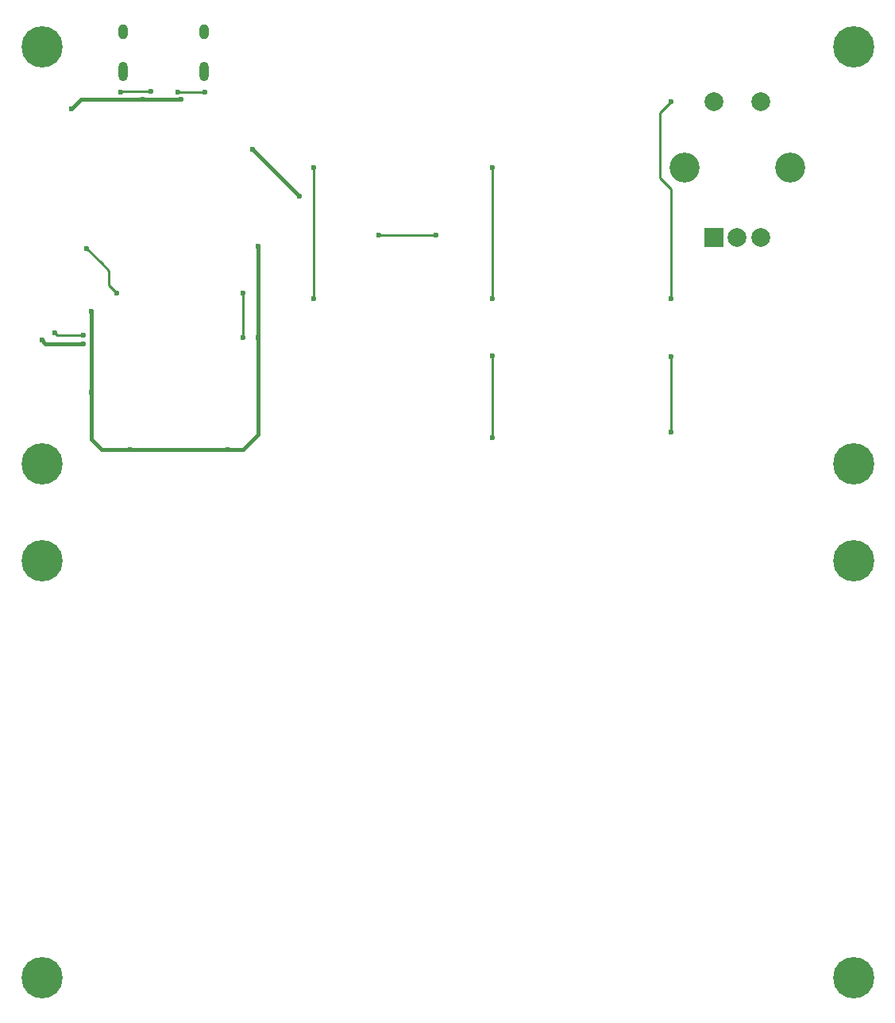
<source format=gtl>
G04 #@! TF.GenerationSoftware,KiCad,Pcbnew,(5.1.4)-1*
G04 #@! TF.CreationDate,2020-07-31T11:22:47-07:00*
G04 #@! TF.ProjectId,basic_macropad,62617369-635f-46d6-9163-726f7061642e,rev?*
G04 #@! TF.SameCoordinates,Original*
G04 #@! TF.FileFunction,Copper,L1,Top*
G04 #@! TF.FilePolarity,Positive*
%FSLAX46Y46*%
G04 Gerber Fmt 4.6, Leading zero omitted, Abs format (unit mm)*
G04 Created by KiCad (PCBNEW (5.1.4)-1) date 2020-07-31 11:22:47*
%MOMM*%
%LPD*%
G04 APERTURE LIST*
%ADD10C,4.400000*%
%ADD11R,2.000000X2.000000*%
%ADD12C,2.000000*%
%ADD13C,3.200000*%
%ADD14O,1.000000X2.100000*%
%ADD15O,1.000000X1.600000*%
%ADD16C,0.600000*%
%ADD17C,0.381000*%
%ADD18C,0.254000*%
G04 APERTURE END LIST*
D10*
X232568750Y-166687500D03*
X146050000Y-122237500D03*
X146050000Y-166687500D03*
X232568750Y-122237500D03*
X232568750Y-111918750D03*
X146050000Y-111918750D03*
X232568750Y-67468750D03*
X146050000Y-67468750D03*
D11*
X217678000Y-87757000D03*
D12*
X220178000Y-87757000D03*
X222678000Y-87757000D03*
D13*
X214578000Y-80257000D03*
X225778000Y-80257000D03*
D12*
X217678000Y-73257000D03*
X222678000Y-73257000D03*
D14*
X154715750Y-70026000D03*
X163355750Y-70026000D03*
D15*
X154715750Y-65846000D03*
X163355750Y-65846000D03*
D16*
X150495000Y-99060000D03*
X146050000Y-98679000D03*
X168529000Y-78359000D03*
X173482000Y-83312000D03*
X165893750Y-110331250D03*
X151352250Y-95662750D03*
X155480250Y-110330750D03*
X151352250Y-104235250D03*
X169068750Y-98393250D03*
X169068750Y-88677750D03*
X150495000Y-98171000D03*
X147443990Y-97917000D03*
X147443990Y-97917000D03*
X181991000Y-87503000D03*
X188087000Y-87503000D03*
X160909000Y-73025000D03*
X156845000Y-73025000D03*
X149225000Y-74041000D03*
X175001250Y-94238750D03*
X175006000Y-80264000D03*
X194051250Y-94238750D03*
X194056000Y-80264000D03*
X194056000Y-109093000D03*
X194056000Y-100330000D03*
X160528000Y-72263000D03*
X163449000Y-72263000D03*
X157694097Y-72194548D03*
X154432000Y-72263000D03*
X153987500Y-93662500D03*
X150812500Y-88900000D03*
X213101250Y-94238750D03*
X213128000Y-73257000D03*
X213106000Y-108458000D03*
X213106000Y-100457000D03*
X167481250Y-93662500D03*
X167481250Y-98425000D03*
D17*
X150495000Y-99060000D02*
X146431000Y-99060000D01*
X146431000Y-99060000D02*
X146050000Y-98679000D01*
X173182001Y-83012001D02*
X168529000Y-78359000D01*
X173482000Y-83312000D02*
X173182001Y-83012001D01*
X151352250Y-105314750D02*
X151352250Y-109283500D01*
X151352250Y-109283500D02*
X152400000Y-110331250D01*
X152400000Y-110331250D02*
X165893750Y-110331250D01*
X165893750Y-110331250D02*
X167481250Y-110331250D01*
X167481250Y-110331250D02*
X169068750Y-108743750D01*
X169068750Y-108743750D02*
X169068750Y-99218750D01*
X151352250Y-105314750D02*
X151352250Y-104235250D01*
X151352250Y-104235250D02*
X151352250Y-95662750D01*
X169068750Y-99218750D02*
X169068750Y-98393250D01*
X169068750Y-98393250D02*
X169068750Y-88677750D01*
D18*
X150495000Y-98171000D02*
X150070736Y-98171000D01*
X150070736Y-98171000D02*
X147701000Y-98171000D01*
X147701000Y-98171000D02*
X147447000Y-97917000D01*
X147447000Y-97917000D02*
X147443990Y-97917000D01*
X181991000Y-87503000D02*
X188087000Y-87503000D01*
D17*
X160909000Y-73025000D02*
X156845000Y-73025000D01*
X156845000Y-73025000D02*
X156420736Y-73025000D01*
X156420736Y-73025000D02*
X150241000Y-73025000D01*
X150241000Y-73025000D02*
X149225000Y-74041000D01*
D18*
X175001250Y-94238750D02*
X175001250Y-93814486D01*
X175006000Y-93809736D02*
X175006000Y-80264000D01*
X194056000Y-93809736D02*
X194056000Y-80264000D01*
X194051250Y-93814486D02*
X194051250Y-94238750D01*
X194056000Y-93809736D02*
X194051250Y-93814486D01*
X194056000Y-109093000D02*
X194056000Y-100330000D01*
X160528000Y-72263000D02*
X162560000Y-72263000D01*
X162560000Y-72263000D02*
X162687000Y-72263000D01*
X162687000Y-72263000D02*
X163449000Y-72263000D01*
X157694097Y-72194548D02*
X154500452Y-72194548D01*
X154500452Y-72194548D02*
X154432000Y-72263000D01*
X153987500Y-93662500D02*
X153193750Y-92868750D01*
X153193750Y-92868750D02*
X153193750Y-91281250D01*
X153193750Y-91281250D02*
X152400000Y-90487500D01*
X152400000Y-90487500D02*
X150812500Y-88900000D01*
X213101250Y-94238750D02*
X213101250Y-82554750D01*
X213101250Y-82554750D02*
X211963000Y-81416500D01*
X211963000Y-81416500D02*
X211963000Y-74422000D01*
X211963000Y-74422000D02*
X213128000Y-73257000D01*
X213106000Y-108458000D02*
X213106000Y-100457000D01*
X167481250Y-93662500D02*
X167481250Y-98425000D01*
M02*

</source>
